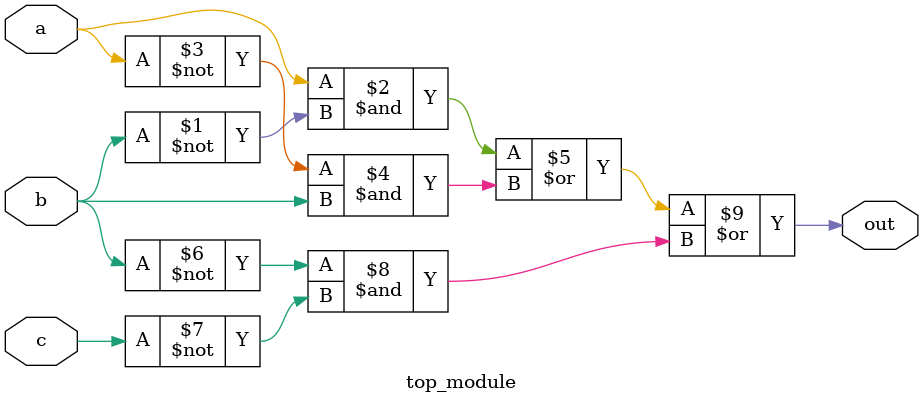
<source format=sv>
module top_module(
    input a, 
    input b,
    input c,
    output out
);

assign out = (a & ~b) | (~a & b) | (~b & ~c);

endmodule

</source>
